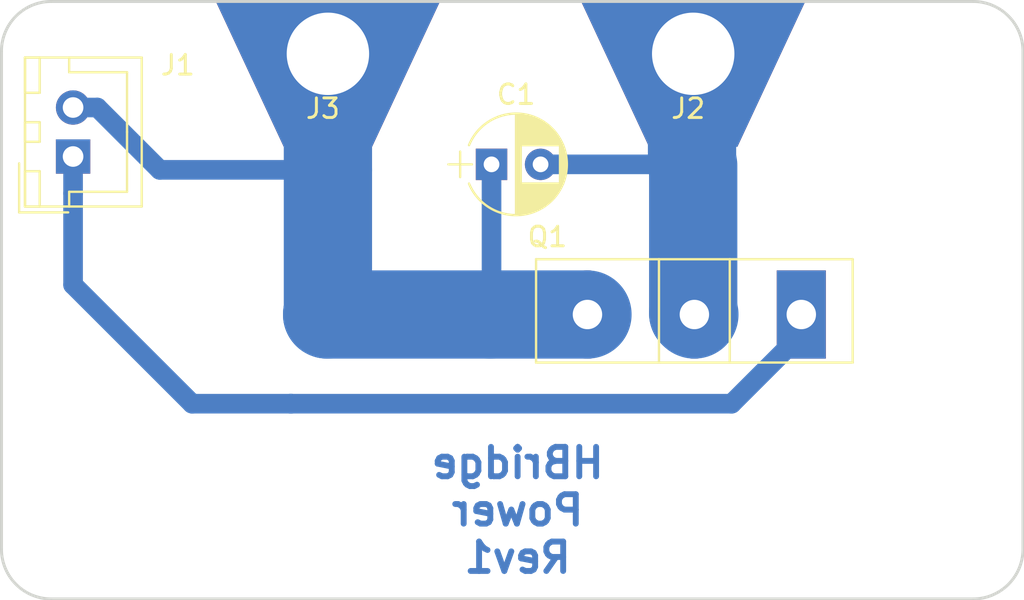
<source format=kicad_pcb>
(kicad_pcb (version 4) (host pcbnew 4.0.6)

  (general
    (links 6)
    (no_connects 1)
    (area 110.414999 100.254999 162.635001 130.885001)
    (thickness 1.6)
    (drawings 11)
    (tracks 29)
    (zones 0)
    (modules 7)
    (nets 4)
  )

  (page A4)
  (layers
    (0 F.Cu signal hide)
    (31 B.Cu signal)
    (32 B.Adhes user hide)
    (33 F.Adhes user hide)
    (34 B.Paste user hide)
    (35 F.Paste user hide)
    (36 B.SilkS user hide)
    (37 F.SilkS user)
    (38 B.Mask user hide)
    (39 F.Mask user hide)
    (40 Dwgs.User user hide)
    (41 Cmts.User user hide)
    (42 Eco1.User user hide)
    (43 Eco2.User user hide)
    (44 Edge.Cuts user)
    (45 Margin user hide)
    (46 B.CrtYd user hide)
    (47 F.CrtYd user hide)
    (48 B.Fab user hide)
    (49 F.Fab user hide)
  )

  (setup
    (last_trace_width 1)
    (trace_clearance 0.4)
    (zone_clearance 0.4)
    (zone_45_only no)
    (trace_min 0.4)
    (segment_width 0.2)
    (edge_width 0.15)
    (via_size 1.5)
    (via_drill 0.8)
    (via_min_size 0.4)
    (via_min_drill 0.3)
    (uvia_size 0.3)
    (uvia_drill 0.1)
    (uvias_allowed no)
    (uvia_min_size 0.2)
    (uvia_min_drill 0.1)
    (pcb_text_width 0.3)
    (pcb_text_size 1.5 1.5)
    (mod_edge_width 0.15)
    (mod_text_size 1 1)
    (mod_text_width 0.15)
    (pad_size 8 7.5)
    (pad_drill 4.2)
    (pad_to_mask_clearance 0.2)
    (aux_axis_origin 109.22 132.08)
    (visible_elements 7FFEFFFF)
    (pcbplotparams
      (layerselection 0x01060_80000000)
      (usegerberextensions false)
      (excludeedgelayer true)
      (linewidth 0.100000)
      (plotframeref false)
      (viasonmask false)
      (mode 1)
      (useauxorigin true)
      (hpglpennumber 1)
      (hpglpenspeed 20)
      (hpglpendiameter 15)
      (hpglpenoverlay 2)
      (psnegative false)
      (psa4output false)
      (plotreference true)
      (plotvalue true)
      (plotinvisibletext false)
      (padsonsilk false)
      (subtractmaskfromsilk false)
      (outputformat 1)
      (mirror false)
      (drillshape 0)
      (scaleselection 1)
      (outputdirectory GRB/))
  )

  (net 0 "")
  (net 1 GND_ISO)
  (net 2 "Net-(C1-Pad2)")
  (net 3 DRV_GATE)

  (net_class Default "This is the default net class."
    (clearance 0.4)
    (trace_width 1)
    (via_dia 1.5)
    (via_drill 0.8)
    (uvia_dia 0.3)
    (uvia_drill 0.1)
    (add_net DRV_GATE)
    (add_net GND_ISO)
    (add_net "Net-(C1-Pad2)")
  )

  (module PartsLibraries:PowerConnector (layer F.Cu) (tedit 594A5676) (tstamp 594A51AA)
    (at 127.13 103 180)
    (path /594A5470)
    (fp_text reference J3 (at 0.254 -2.794 180) (layer F.SilkS)
      (effects (font (size 1 1) (thickness 0.15)))
    )
    (fp_text value SRC (at 0 4.064 180) (layer F.Fab)
      (effects (font (size 1 1) (thickness 0.15)))
    )
    (pad 1 thru_hole trapezoid (at 0 0 180) (size 8 7.5) (rect_delta 0 3.5 ) (drill 4.2 (offset 0 -1)) (layers *.Cu *.Mask)
      (net 1 GND_ISO))
  )

  (module Connectors_JST:JST_XH_B02B-XH-A_02x2.50mm_Straight (layer F.Cu) (tedit 58EAE7F0) (tstamp 594A5588)
    (at 114.14 108.24 90)
    (descr "JST XH series connector, B02B-XH-A, top entry type, through hole")
    (tags "connector jst xh tht top vertical 2.50mm")
    (path /594A533B)
    (fp_text reference J1 (at 4.66 5.34 180) (layer F.SilkS)
      (effects (font (size 1 1) (thickness 0.15)))
    )
    (fp_text value Control (at 1.25 4.5 90) (layer F.Fab)
      (effects (font (size 1 1) (thickness 0.15)))
    )
    (fp_line (start -2.45 -2.35) (end -2.45 3.4) (layer F.Fab) (width 0.1))
    (fp_line (start -2.45 3.4) (end 4.95 3.4) (layer F.Fab) (width 0.1))
    (fp_line (start 4.95 3.4) (end 4.95 -2.35) (layer F.Fab) (width 0.1))
    (fp_line (start 4.95 -2.35) (end -2.45 -2.35) (layer F.Fab) (width 0.1))
    (fp_line (start -2.95 -2.85) (end -2.95 3.9) (layer F.CrtYd) (width 0.05))
    (fp_line (start -2.95 3.9) (end 5.45 3.9) (layer F.CrtYd) (width 0.05))
    (fp_line (start 5.45 3.9) (end 5.45 -2.85) (layer F.CrtYd) (width 0.05))
    (fp_line (start 5.45 -2.85) (end -2.95 -2.85) (layer F.CrtYd) (width 0.05))
    (fp_line (start -2.55 -2.45) (end -2.55 3.5) (layer F.SilkS) (width 0.12))
    (fp_line (start -2.55 3.5) (end 5.05 3.5) (layer F.SilkS) (width 0.12))
    (fp_line (start 5.05 3.5) (end 5.05 -2.45) (layer F.SilkS) (width 0.12))
    (fp_line (start 5.05 -2.45) (end -2.55 -2.45) (layer F.SilkS) (width 0.12))
    (fp_line (start 0.75 -2.45) (end 0.75 -1.7) (layer F.SilkS) (width 0.12))
    (fp_line (start 0.75 -1.7) (end 1.75 -1.7) (layer F.SilkS) (width 0.12))
    (fp_line (start 1.75 -1.7) (end 1.75 -2.45) (layer F.SilkS) (width 0.12))
    (fp_line (start 1.75 -2.45) (end 0.75 -2.45) (layer F.SilkS) (width 0.12))
    (fp_line (start -2.55 -2.45) (end -2.55 -1.7) (layer F.SilkS) (width 0.12))
    (fp_line (start -2.55 -1.7) (end -0.75 -1.7) (layer F.SilkS) (width 0.12))
    (fp_line (start -0.75 -1.7) (end -0.75 -2.45) (layer F.SilkS) (width 0.12))
    (fp_line (start -0.75 -2.45) (end -2.55 -2.45) (layer F.SilkS) (width 0.12))
    (fp_line (start 3.25 -2.45) (end 3.25 -1.7) (layer F.SilkS) (width 0.12))
    (fp_line (start 3.25 -1.7) (end 5.05 -1.7) (layer F.SilkS) (width 0.12))
    (fp_line (start 5.05 -1.7) (end 5.05 -2.45) (layer F.SilkS) (width 0.12))
    (fp_line (start 5.05 -2.45) (end 3.25 -2.45) (layer F.SilkS) (width 0.12))
    (fp_line (start -2.55 -0.2) (end -1.8 -0.2) (layer F.SilkS) (width 0.12))
    (fp_line (start -1.8 -0.2) (end -1.8 2.75) (layer F.SilkS) (width 0.12))
    (fp_line (start -1.8 2.75) (end 1.25 2.75) (layer F.SilkS) (width 0.12))
    (fp_line (start 5.05 -0.2) (end 4.3 -0.2) (layer F.SilkS) (width 0.12))
    (fp_line (start 4.3 -0.2) (end 4.3 2.75) (layer F.SilkS) (width 0.12))
    (fp_line (start 4.3 2.75) (end 1.25 2.75) (layer F.SilkS) (width 0.12))
    (fp_line (start -0.35 -2.75) (end -2.85 -2.75) (layer F.SilkS) (width 0.12))
    (fp_line (start -2.85 -2.75) (end -2.85 -0.25) (layer F.SilkS) (width 0.12))
    (fp_line (start -0.35 -2.75) (end -2.85 -2.75) (layer F.Fab) (width 0.1))
    (fp_line (start -2.85 -2.75) (end -2.85 -0.25) (layer F.Fab) (width 0.1))
    (fp_text user %R (at 1.25 2.5 90) (layer F.Fab)
      (effects (font (size 1 1) (thickness 0.15)))
    )
    (pad 1 thru_hole rect (at 0 0 90) (size 1.75 1.75) (drill 1.05) (layers *.Cu *.Mask)
      (net 3 DRV_GATE))
    (pad 2 thru_hole circle (at 2.5 0 90) (size 1.75 1.75) (drill 1.05) (layers *.Cu *.Mask)
      (net 1 GND_ISO))
    (model Connectors_JST.3dshapes/JST_XH_B02B-XH-A_02x2.50mm_Straight.wrl
      (at (xyz 0 0 0))
      (scale (xyz 1 1 1))
      (rotate (xyz 0 0 0))
    )
  )

  (module Mounting_Holes:MountingHole_4.3mm_M4 (layer F.Cu) (tedit 594AA4AD) (tstamp 594AA4B8)
    (at 146.45 127.01)
    (descr "Mounting Hole 4.3mm, no annular, M4")
    (tags "mounting hole 4.3mm no annular m4")
    (fp_text reference "" (at 0 -5.3) (layer F.SilkS)
      (effects (font (size 1 1) (thickness 0.15)))
    )
    (fp_text value MountingHole_4.3mm_M4 (at 0 5.3) (layer F.Fab)
      (effects (font (size 1 1) (thickness 0.15)))
    )
    (fp_circle (center 0 0) (end 4.3 0) (layer Cmts.User) (width 0.15))
    (fp_circle (center 0 0) (end 4.55 0) (layer F.CrtYd) (width 0.05))
    (pad 1 np_thru_hole circle (at 0 0) (size 4.3 4.3) (drill 4.3) (layers *.Cu *.Mask))
  )

  (module Capacitors_THT:CP_Radial_D5.0mm_P2.50mm (layer F.Cu) (tedit 5920C257) (tstamp 594A51A0)
    (at 135.47 108.64)
    (descr "CP, Radial series, Radial, pin pitch=2.50mm, , diameter=5mm, Electrolytic Capacitor")
    (tags "CP Radial series Radial pin pitch 2.50mm  diameter 5mm Electrolytic Capacitor")
    (path /59400AF8)
    (fp_text reference C1 (at 1.25 -3.56) (layer F.SilkS)
      (effects (font (size 1 1) (thickness 0.15)))
    )
    (fp_text value C (at 1.25 3.56) (layer F.Fab)
      (effects (font (size 1 1) (thickness 0.15)))
    )
    (fp_text user %R (at 0.775 0) (layer F.Fab)
      (effects (font (size 1 1) (thickness 0.15)))
    )
    (fp_line (start -2.2 0) (end -1 0) (layer F.Fab) (width 0.1))
    (fp_line (start -1.6 -0.65) (end -1.6 0.65) (layer F.Fab) (width 0.1))
    (fp_line (start 1.25 -2.55) (end 1.25 2.55) (layer F.SilkS) (width 0.12))
    (fp_line (start 1.29 -2.55) (end 1.29 2.55) (layer F.SilkS) (width 0.12))
    (fp_line (start 1.33 -2.549) (end 1.33 2.549) (layer F.SilkS) (width 0.12))
    (fp_line (start 1.37 -2.548) (end 1.37 2.548) (layer F.SilkS) (width 0.12))
    (fp_line (start 1.41 -2.546) (end 1.41 2.546) (layer F.SilkS) (width 0.12))
    (fp_line (start 1.45 -2.543) (end 1.45 2.543) (layer F.SilkS) (width 0.12))
    (fp_line (start 1.49 -2.539) (end 1.49 2.539) (layer F.SilkS) (width 0.12))
    (fp_line (start 1.53 -2.535) (end 1.53 -0.98) (layer F.SilkS) (width 0.12))
    (fp_line (start 1.53 0.98) (end 1.53 2.535) (layer F.SilkS) (width 0.12))
    (fp_line (start 1.57 -2.531) (end 1.57 -0.98) (layer F.SilkS) (width 0.12))
    (fp_line (start 1.57 0.98) (end 1.57 2.531) (layer F.SilkS) (width 0.12))
    (fp_line (start 1.61 -2.525) (end 1.61 -0.98) (layer F.SilkS) (width 0.12))
    (fp_line (start 1.61 0.98) (end 1.61 2.525) (layer F.SilkS) (width 0.12))
    (fp_line (start 1.65 -2.519) (end 1.65 -0.98) (layer F.SilkS) (width 0.12))
    (fp_line (start 1.65 0.98) (end 1.65 2.519) (layer F.SilkS) (width 0.12))
    (fp_line (start 1.69 -2.513) (end 1.69 -0.98) (layer F.SilkS) (width 0.12))
    (fp_line (start 1.69 0.98) (end 1.69 2.513) (layer F.SilkS) (width 0.12))
    (fp_line (start 1.73 -2.506) (end 1.73 -0.98) (layer F.SilkS) (width 0.12))
    (fp_line (start 1.73 0.98) (end 1.73 2.506) (layer F.SilkS) (width 0.12))
    (fp_line (start 1.77 -2.498) (end 1.77 -0.98) (layer F.SilkS) (width 0.12))
    (fp_line (start 1.77 0.98) (end 1.77 2.498) (layer F.SilkS) (width 0.12))
    (fp_line (start 1.81 -2.489) (end 1.81 -0.98) (layer F.SilkS) (width 0.12))
    (fp_line (start 1.81 0.98) (end 1.81 2.489) (layer F.SilkS) (width 0.12))
    (fp_line (start 1.85 -2.48) (end 1.85 -0.98) (layer F.SilkS) (width 0.12))
    (fp_line (start 1.85 0.98) (end 1.85 2.48) (layer F.SilkS) (width 0.12))
    (fp_line (start 1.89 -2.47) (end 1.89 -0.98) (layer F.SilkS) (width 0.12))
    (fp_line (start 1.89 0.98) (end 1.89 2.47) (layer F.SilkS) (width 0.12))
    (fp_line (start 1.93 -2.46) (end 1.93 -0.98) (layer F.SilkS) (width 0.12))
    (fp_line (start 1.93 0.98) (end 1.93 2.46) (layer F.SilkS) (width 0.12))
    (fp_line (start 1.971 -2.448) (end 1.971 -0.98) (layer F.SilkS) (width 0.12))
    (fp_line (start 1.971 0.98) (end 1.971 2.448) (layer F.SilkS) (width 0.12))
    (fp_line (start 2.011 -2.436) (end 2.011 -0.98) (layer F.SilkS) (width 0.12))
    (fp_line (start 2.011 0.98) (end 2.011 2.436) (layer F.SilkS) (width 0.12))
    (fp_line (start 2.051 -2.424) (end 2.051 -0.98) (layer F.SilkS) (width 0.12))
    (fp_line (start 2.051 0.98) (end 2.051 2.424) (layer F.SilkS) (width 0.12))
    (fp_line (start 2.091 -2.41) (end 2.091 -0.98) (layer F.SilkS) (width 0.12))
    (fp_line (start 2.091 0.98) (end 2.091 2.41) (layer F.SilkS) (width 0.12))
    (fp_line (start 2.131 -2.396) (end 2.131 -0.98) (layer F.SilkS) (width 0.12))
    (fp_line (start 2.131 0.98) (end 2.131 2.396) (layer F.SilkS) (width 0.12))
    (fp_line (start 2.171 -2.382) (end 2.171 -0.98) (layer F.SilkS) (width 0.12))
    (fp_line (start 2.171 0.98) (end 2.171 2.382) (layer F.SilkS) (width 0.12))
    (fp_line (start 2.211 -2.366) (end 2.211 -0.98) (layer F.SilkS) (width 0.12))
    (fp_line (start 2.211 0.98) (end 2.211 2.366) (layer F.SilkS) (width 0.12))
    (fp_line (start 2.251 -2.35) (end 2.251 -0.98) (layer F.SilkS) (width 0.12))
    (fp_line (start 2.251 0.98) (end 2.251 2.35) (layer F.SilkS) (width 0.12))
    (fp_line (start 2.291 -2.333) (end 2.291 -0.98) (layer F.SilkS) (width 0.12))
    (fp_line (start 2.291 0.98) (end 2.291 2.333) (layer F.SilkS) (width 0.12))
    (fp_line (start 2.331 -2.315) (end 2.331 -0.98) (layer F.SilkS) (width 0.12))
    (fp_line (start 2.331 0.98) (end 2.331 2.315) (layer F.SilkS) (width 0.12))
    (fp_line (start 2.371 -2.296) (end 2.371 -0.98) (layer F.SilkS) (width 0.12))
    (fp_line (start 2.371 0.98) (end 2.371 2.296) (layer F.SilkS) (width 0.12))
    (fp_line (start 2.411 -2.276) (end 2.411 -0.98) (layer F.SilkS) (width 0.12))
    (fp_line (start 2.411 0.98) (end 2.411 2.276) (layer F.SilkS) (width 0.12))
    (fp_line (start 2.451 -2.256) (end 2.451 -0.98) (layer F.SilkS) (width 0.12))
    (fp_line (start 2.451 0.98) (end 2.451 2.256) (layer F.SilkS) (width 0.12))
    (fp_line (start 2.491 -2.234) (end 2.491 -0.98) (layer F.SilkS) (width 0.12))
    (fp_line (start 2.491 0.98) (end 2.491 2.234) (layer F.SilkS) (width 0.12))
    (fp_line (start 2.531 -2.212) (end 2.531 -0.98) (layer F.SilkS) (width 0.12))
    (fp_line (start 2.531 0.98) (end 2.531 2.212) (layer F.SilkS) (width 0.12))
    (fp_line (start 2.571 -2.189) (end 2.571 -0.98) (layer F.SilkS) (width 0.12))
    (fp_line (start 2.571 0.98) (end 2.571 2.189) (layer F.SilkS) (width 0.12))
    (fp_line (start 2.611 -2.165) (end 2.611 -0.98) (layer F.SilkS) (width 0.12))
    (fp_line (start 2.611 0.98) (end 2.611 2.165) (layer F.SilkS) (width 0.12))
    (fp_line (start 2.651 -2.14) (end 2.651 -0.98) (layer F.SilkS) (width 0.12))
    (fp_line (start 2.651 0.98) (end 2.651 2.14) (layer F.SilkS) (width 0.12))
    (fp_line (start 2.691 -2.113) (end 2.691 -0.98) (layer F.SilkS) (width 0.12))
    (fp_line (start 2.691 0.98) (end 2.691 2.113) (layer F.SilkS) (width 0.12))
    (fp_line (start 2.731 -2.086) (end 2.731 -0.98) (layer F.SilkS) (width 0.12))
    (fp_line (start 2.731 0.98) (end 2.731 2.086) (layer F.SilkS) (width 0.12))
    (fp_line (start 2.771 -2.058) (end 2.771 -0.98) (layer F.SilkS) (width 0.12))
    (fp_line (start 2.771 0.98) (end 2.771 2.058) (layer F.SilkS) (width 0.12))
    (fp_line (start 2.811 -2.028) (end 2.811 -0.98) (layer F.SilkS) (width 0.12))
    (fp_line (start 2.811 0.98) (end 2.811 2.028) (layer F.SilkS) (width 0.12))
    (fp_line (start 2.851 -1.997) (end 2.851 -0.98) (layer F.SilkS) (width 0.12))
    (fp_line (start 2.851 0.98) (end 2.851 1.997) (layer F.SilkS) (width 0.12))
    (fp_line (start 2.891 -1.965) (end 2.891 -0.98) (layer F.SilkS) (width 0.12))
    (fp_line (start 2.891 0.98) (end 2.891 1.965) (layer F.SilkS) (width 0.12))
    (fp_line (start 2.931 -1.932) (end 2.931 -0.98) (layer F.SilkS) (width 0.12))
    (fp_line (start 2.931 0.98) (end 2.931 1.932) (layer F.SilkS) (width 0.12))
    (fp_line (start 2.971 -1.897) (end 2.971 -0.98) (layer F.SilkS) (width 0.12))
    (fp_line (start 2.971 0.98) (end 2.971 1.897) (layer F.SilkS) (width 0.12))
    (fp_line (start 3.011 -1.861) (end 3.011 -0.98) (layer F.SilkS) (width 0.12))
    (fp_line (start 3.011 0.98) (end 3.011 1.861) (layer F.SilkS) (width 0.12))
    (fp_line (start 3.051 -1.823) (end 3.051 -0.98) (layer F.SilkS) (width 0.12))
    (fp_line (start 3.051 0.98) (end 3.051 1.823) (layer F.SilkS) (width 0.12))
    (fp_line (start 3.091 -1.783) (end 3.091 -0.98) (layer F.SilkS) (width 0.12))
    (fp_line (start 3.091 0.98) (end 3.091 1.783) (layer F.SilkS) (width 0.12))
    (fp_line (start 3.131 -1.742) (end 3.131 -0.98) (layer F.SilkS) (width 0.12))
    (fp_line (start 3.131 0.98) (end 3.131 1.742) (layer F.SilkS) (width 0.12))
    (fp_line (start 3.171 -1.699) (end 3.171 -0.98) (layer F.SilkS) (width 0.12))
    (fp_line (start 3.171 0.98) (end 3.171 1.699) (layer F.SilkS) (width 0.12))
    (fp_line (start 3.211 -1.654) (end 3.211 -0.98) (layer F.SilkS) (width 0.12))
    (fp_line (start 3.211 0.98) (end 3.211 1.654) (layer F.SilkS) (width 0.12))
    (fp_line (start 3.251 -1.606) (end 3.251 -0.98) (layer F.SilkS) (width 0.12))
    (fp_line (start 3.251 0.98) (end 3.251 1.606) (layer F.SilkS) (width 0.12))
    (fp_line (start 3.291 -1.556) (end 3.291 -0.98) (layer F.SilkS) (width 0.12))
    (fp_line (start 3.291 0.98) (end 3.291 1.556) (layer F.SilkS) (width 0.12))
    (fp_line (start 3.331 -1.504) (end 3.331 -0.98) (layer F.SilkS) (width 0.12))
    (fp_line (start 3.331 0.98) (end 3.331 1.504) (layer F.SilkS) (width 0.12))
    (fp_line (start 3.371 -1.448) (end 3.371 -0.98) (layer F.SilkS) (width 0.12))
    (fp_line (start 3.371 0.98) (end 3.371 1.448) (layer F.SilkS) (width 0.12))
    (fp_line (start 3.411 -1.39) (end 3.411 -0.98) (layer F.SilkS) (width 0.12))
    (fp_line (start 3.411 0.98) (end 3.411 1.39) (layer F.SilkS) (width 0.12))
    (fp_line (start 3.451 -1.327) (end 3.451 -0.98) (layer F.SilkS) (width 0.12))
    (fp_line (start 3.451 0.98) (end 3.451 1.327) (layer F.SilkS) (width 0.12))
    (fp_line (start 3.491 -1.261) (end 3.491 1.261) (layer F.SilkS) (width 0.12))
    (fp_line (start 3.531 -1.189) (end 3.531 1.189) (layer F.SilkS) (width 0.12))
    (fp_line (start 3.571 -1.112) (end 3.571 1.112) (layer F.SilkS) (width 0.12))
    (fp_line (start 3.611 -1.028) (end 3.611 1.028) (layer F.SilkS) (width 0.12))
    (fp_line (start 3.651 -0.934) (end 3.651 0.934) (layer F.SilkS) (width 0.12))
    (fp_line (start 3.691 -0.829) (end 3.691 0.829) (layer F.SilkS) (width 0.12))
    (fp_line (start 3.731 -0.707) (end 3.731 0.707) (layer F.SilkS) (width 0.12))
    (fp_line (start 3.771 -0.559) (end 3.771 0.559) (layer F.SilkS) (width 0.12))
    (fp_line (start 3.811 -0.354) (end 3.811 0.354) (layer F.SilkS) (width 0.12))
    (fp_line (start -2.2 0) (end -1 0) (layer F.SilkS) (width 0.12))
    (fp_line (start -1.6 -0.65) (end -1.6 0.65) (layer F.SilkS) (width 0.12))
    (fp_line (start -1.6 -2.85) (end -1.6 2.85) (layer F.CrtYd) (width 0.05))
    (fp_line (start -1.6 2.85) (end 4.1 2.85) (layer F.CrtYd) (width 0.05))
    (fp_line (start 4.1 2.85) (end 4.1 -2.85) (layer F.CrtYd) (width 0.05))
    (fp_line (start 4.1 -2.85) (end -1.6 -2.85) (layer F.CrtYd) (width 0.05))
    (fp_circle (center 1.25 0) (end 3.75 0) (layer F.Fab) (width 0.1))
    (fp_arc (start 1.25 0) (end -1.147436 -0.98) (angle 135.5) (layer F.SilkS) (width 0.12))
    (fp_arc (start 1.25 0) (end -1.147436 0.98) (angle -135.5) (layer F.SilkS) (width 0.12))
    (fp_arc (start 1.25 0) (end 3.647436 -0.98) (angle 44.5) (layer F.SilkS) (width 0.12))
    (pad 1 thru_hole rect (at 0 0) (size 1.6 1.6) (drill 0.8) (layers *.Cu *.Mask)
      (net 1 GND_ISO))
    (pad 2 thru_hole circle (at 2.5 0) (size 1.6 1.6) (drill 0.8) (layers *.Cu *.Mask)
      (net 2 "Net-(C1-Pad2)"))
    (model ${KISYS3DMOD}/Capacitors_THT.3dshapes/CP_Radial_D5.0mm_P2.50mm.wrl
      (at (xyz 0 0 0))
      (scale (xyz 0.3937007874015748 0.3937007874015748 0.3937007874015748))
      (rotate (xyz 0 0 0))
    )
  )

  (module TO_SOT_Packages_THT:TO-247_TO-3P_Vertical (layer F.Cu) (tedit 58CE52AE) (tstamp 593FC403)
    (at 151.26 116.3 180)
    (descr "TO-247, Vertical, RM 5.45mm, TO-3P")
    (tags "TO-247 Vertical RM 5.45mm TO-3P")
    (path /592BF9D4)
    (fp_text reference Q1 (at 12.944 3.96 180) (layer F.SilkS)
      (effects (font (size 1 1) (thickness 0.15)))
    )
    (fp_text value RFP12N10L (at 5.45 6.07 180) (layer F.Fab)
      (effects (font (size 1 1) (thickness 0.15)))
    )
    (fp_text user %R (at 10.964 3.96 180) (layer F.Fab)
      (effects (font (size 1 1) (thickness 0.15)))
    )
    (fp_line (start -2.5 -2.33) (end -2.5 2.7) (layer F.Fab) (width 0.1))
    (fp_line (start -2.5 2.7) (end 13.4 2.7) (layer F.Fab) (width 0.1))
    (fp_line (start 13.4 2.7) (end 13.4 -2.33) (layer F.Fab) (width 0.1))
    (fp_line (start 13.4 -2.33) (end -2.5 -2.33) (layer F.Fab) (width 0.1))
    (fp_line (start 3.645 -2.33) (end 3.645 2.7) (layer F.Fab) (width 0.1))
    (fp_line (start 7.255 -2.33) (end 7.255 2.7) (layer F.Fab) (width 0.1))
    (fp_line (start -2.62 -2.451) (end 13.52 -2.451) (layer F.SilkS) (width 0.12))
    (fp_line (start -2.62 2.82) (end 13.52 2.82) (layer F.SilkS) (width 0.12))
    (fp_line (start -2.62 -2.451) (end -2.62 2.82) (layer F.SilkS) (width 0.12))
    (fp_line (start 13.52 -2.451) (end 13.52 2.82) (layer F.SilkS) (width 0.12))
    (fp_line (start 3.646 -2.451) (end 3.646 2.82) (layer F.SilkS) (width 0.12))
    (fp_line (start 7.255 -2.451) (end 7.255 2.82) (layer F.SilkS) (width 0.12))
    (fp_line (start -2.75 -2.59) (end -2.75 2.95) (layer F.CrtYd) (width 0.05))
    (fp_line (start -2.75 2.95) (end 13.65 2.95) (layer F.CrtYd) (width 0.05))
    (fp_line (start 13.65 2.95) (end 13.65 -2.59) (layer F.CrtYd) (width 0.05))
    (fp_line (start 13.65 -2.59) (end -2.75 -2.59) (layer F.CrtYd) (width 0.05))
    (pad 1 thru_hole rect (at 0 0 180) (size 2.5 4.5) (drill 1.5) (layers *.Cu *.Mask)
      (net 3 DRV_GATE))
    (pad 2 thru_hole oval (at 5.45 0 180) (size 2.5 4.5) (drill 1.5) (layers *.Cu *.Mask)
      (net 2 "Net-(C1-Pad2)"))
    (pad 3 thru_hole oval (at 10.9 0 180) (size 2.5 4.5) (drill 1.5) (layers *.Cu *.Mask)
      (net 1 GND_ISO))
    (model ${KISYS3DMOD}/TO_SOT_Packages_THT.3dshapes/TO-247_TO-3P_Vertical.wrl
      (at (xyz 0.212598 0 0))
      (scale (xyz 1 1 1))
      (rotate (xyz 0 0 0))
    )
  )

  (module PartsLibraries:PowerConnector (layer F.Cu) (tedit 594A567E) (tstamp 594A51A5)
    (at 145.75 103 180)
    (path /594A55EB)
    (fp_text reference J2 (at 0.254 -2.794 180) (layer F.SilkS)
      (effects (font (size 1 1) (thickness 0.15)))
    )
    (fp_text value DRN (at 0 4.064 180) (layer F.Fab)
      (effects (font (size 1 1) (thickness 0.15)))
    )
    (pad 1 thru_hole trapezoid (at 0 0 180) (size 8 7.5) (rect_delta 0 3.5 ) (drill 4.2 (offset 0 -1)) (layers *.Cu *.Mask)
      (net 2 "Net-(C1-Pad2)"))
  )

  (module Mounting_Holes:MountingHole_4.3mm_M4 (layer F.Cu) (tedit 594AA4AD) (tstamp 594AA497)
    (at 127.45 127.01)
    (descr "Mounting Hole 4.3mm, no annular, M4")
    (tags "mounting hole 4.3mm no annular m4")
    (fp_text reference "" (at 0 -5.3) (layer F.SilkS)
      (effects (font (size 1 1) (thickness 0.15)))
    )
    (fp_text value MountingHole_4.3mm_M4 (at 0 5.3) (layer F.Fab)
      (effects (font (size 1 1) (thickness 0.15)))
    )
    (fp_circle (center 0 0) (end 4.3 0) (layer Cmts.User) (width 0.15))
    (fp_circle (center 0 0) (end 4.55 0) (layer F.CrtYd) (width 0.05))
    (pad 1 np_thru_hole circle (at 0 0) (size 4.3 4.3) (drill 4.3) (layers *.Cu *.Mask))
  )

  (gr_text "HBridge\nPower\nRev1" (at 136.8 126.29) (layer B.Cu)
    (effects (font (size 1.5 1.5) (thickness 0.3)) (justify mirror))
  )
  (dimension 30.48 (width 0.3) (layer Dwgs.User)
    (gr_text "30.480 mm" (at 105.33 115.57 270) (layer Dwgs.User)
      (effects (font (size 1.5 1.5) (thickness 0.3)))
    )
    (feature1 (pts (xy 109.22 130.81) (xy 103.98 130.81)))
    (feature2 (pts (xy 109.22 100.33) (xy 103.98 100.33)))
    (crossbar (pts (xy 106.68 100.33) (xy 106.68 130.81)))
    (arrow1a (pts (xy 106.68 130.81) (xy 106.093579 129.683496)))
    (arrow1b (pts (xy 106.68 130.81) (xy 107.266421 129.683496)))
    (arrow2a (pts (xy 106.68 100.33) (xy 106.093579 101.456504)))
    (arrow2b (pts (xy 106.68 100.33) (xy 107.266421 101.456504)))
  )
  (dimension 52.07 (width 0.3) (layer Dwgs.User)
    (gr_text "52.070 mm" (at 136.525 95.17) (layer Dwgs.User)
      (effects (font (size 1.5 1.5) (thickness 0.3)))
    )
    (feature1 (pts (xy 162.56 99.06) (xy 162.56 93.82)))
    (feature2 (pts (xy 110.49 99.06) (xy 110.49 93.82)))
    (crossbar (pts (xy 110.49 96.52) (xy 162.56 96.52)))
    (arrow1a (pts (xy 162.56 96.52) (xy 161.433496 97.106421)))
    (arrow1b (pts (xy 162.56 96.52) (xy 161.433496 95.933579)))
    (arrow2a (pts (xy 110.49 96.52) (xy 111.616504 97.106421)))
    (arrow2b (pts (xy 110.49 96.52) (xy 111.616504 95.933579)))
  )
  (gr_arc (start 113.03 102.87) (end 110.49 102.87) (angle 90) (layer Edge.Cuts) (width 0.15))
  (gr_arc (start 160.02 102.87) (end 160.02 100.33) (angle 90) (layer Edge.Cuts) (width 0.15))
  (gr_line (start 162.56 102.87) (end 162.56 128.27) (layer Edge.Cuts) (width 0.15))
  (gr_line (start 113.03 100.33) (end 160.02 100.33) (layer Edge.Cuts) (width 0.15))
  (gr_line (start 110.49 128.27) (end 110.49 102.87) (layer Edge.Cuts) (width 0.15))
  (gr_arc (start 160.02 128.27) (end 162.56 128.27) (angle 90) (layer Edge.Cuts) (width 0.15))
  (gr_arc (start 113.03 128.27) (end 113.03 130.81) (angle 90) (layer Edge.Cuts) (width 0.15))
  (gr_line (start 113.03 130.81) (end 160.02 130.81) (angle 90) (layer Edge.Cuts) (width 0.15))

  (segment (start 127.13 116.26) (end 127.13 108.92) (width 4.5) (layer B.Cu) (net 1))
  (segment (start 127.13 108.92) (end 127.13 103) (width 4.5) (layer B.Cu) (net 1))
  (segment (start 114.14 105.74) (end 115.377436 105.74) (width 1) (layer B.Cu) (net 1))
  (segment (start 115.377436 105.74) (end 118.557436 108.92) (width 1) (layer B.Cu) (net 1))
  (segment (start 118.557436 108.92) (end 127.13 108.92) (width 1) (layer B.Cu) (net 1))
  (segment (start 140.36 116.3) (end 135.4 116.3) (width 4.5) (layer B.Cu) (net 1))
  (segment (start 135.4 116.3) (end 127.09 116.3) (width 4.5) (layer B.Cu) (net 1))
  (segment (start 135.47 108.64) (end 135.47 116.23) (width 1) (layer B.Cu) (net 1))
  (segment (start 135.47 116.23) (end 135.4 116.3) (width 1) (layer B.Cu) (net 1))
  (segment (start 127.09 116.3) (end 127.13 116.26) (width 4.5) (layer B.Cu) (net 1))
  (segment (start 145.69 108.64) (end 145.69 103.06) (width 4.5) (layer B.Cu) (net 2))
  (segment (start 145.69 103.06) (end 145.75 103) (width 4.5) (layer B.Cu) (net 2))
  (segment (start 145.75 108.7) (end 145.75 116.24) (width 4.5) (layer B.Cu) (net 2))
  (segment (start 137.97 108.64) (end 145.69 108.64) (width 1) (layer B.Cu) (net 2))
  (segment (start 145.69 108.64) (end 145.75 108.7) (width 1) (layer B.Cu) (net 2))
  (segment (start 145.75 116.24) (end 145.81 116.3) (width 4.5) (layer B.Cu) (net 2))
  (segment (start 145.81 117.3) (end 145.81 116.3) (width 1) (layer B.Cu) (net 2))
  (segment (start 145.74 116.23) (end 145.81 116.3) (width 1) (layer B.Cu) (net 2))
  (segment (start 146.18 115.93) (end 145.81 116.3) (width 1) (layer B.Cu) (net 2))
  (segment (start 145.81 115.3) (end 145.81 116.3) (width 1) (layer B.Cu) (net 2))
  (segment (start 151.26 116.3) (end 151.26 117.3) (width 1) (layer B.Cu) (net 3))
  (segment (start 151.26 117.3) (end 147.709981 120.850019) (width 1) (layer B.Cu) (net 3))
  (segment (start 147.709981 120.850019) (end 125.241318 120.850018) (width 1) (layer B.Cu) (net 3))
  (segment (start 125.241318 120.850018) (end 125.241315 120.850021) (width 1) (layer B.Cu) (net 3))
  (segment (start 125.241315 120.850021) (end 120.205533 120.85002) (width 1) (layer B.Cu) (net 3))
  (segment (start 120.205533 120.85002) (end 114.14 114.784487) (width 1) (layer B.Cu) (net 3))
  (segment (start 114.14 114.784487) (end 114.14 110.115) (width 1) (layer B.Cu) (net 3))
  (segment (start 114.14 110.115) (end 114.14 108.24) (width 1) (layer B.Cu) (net 3))
  (segment (start 151.15 116.19) (end 151.26 116.3) (width 1) (layer B.Cu) (net 3))

  (zone (net 0) (net_name "") (layer B.Mask) (tstamp 0) (hatch edge 0.508)
    (connect_pads (clearance 0.4))
    (min_thickness 0.254)
    (fill yes (arc_segments 16) (thermal_gap 0.508) (thermal_bridge_width 0.508))
    (polygon
      (pts
        (xy 143.49 107.83) (xy 148.02 107.83) (xy 148.07 116.08) (xy 147.74 117.45) (xy 146.14 118.78)
        (xy 144.36 118.04) (xy 143.53 116.9) (xy 143.44 107.83)
      )
    )
    (filled_polygon
      (pts
        (xy 147.942908 116.065299) (xy 147.626402 117.379281) (xy 146.117859 118.633257) (xy 144.441681 117.936419) (xy 143.656591 116.858103)
        (xy 143.568267 107.957) (xy 147.893767 107.957)
      )
    )
  )
  (zone (net 0) (net_name "") (layer B.Mask) (tstamp 0) (hatch edge 0.508)
    (connect_pads (clearance 0.4))
    (min_thickness 0.254)
    (fill yes (arc_segments 16) (thermal_gap 0.508) (thermal_bridge_width 0.508))
    (polygon
      (pts
        (xy 124.8 107.88) (xy 129.38 107.83) (xy 129.29 116.76) (xy 128.6 118) (xy 127.18 118.69)
        (xy 125.76 118.04) (xy 124.85 116.81) (xy 124.89 107.83)
      )
    )
    (filled_polygon
      (pts
        (xy 129.163331 116.726448) (xy 128.508489 117.903267) (xy 127.178382 118.549586) (xy 125.842625 117.938148) (xy 124.977187 116.76838)
        (xy 125.016224 108.004647) (xy 129.251699 107.958408)
      )
    )
  )
)

</source>
